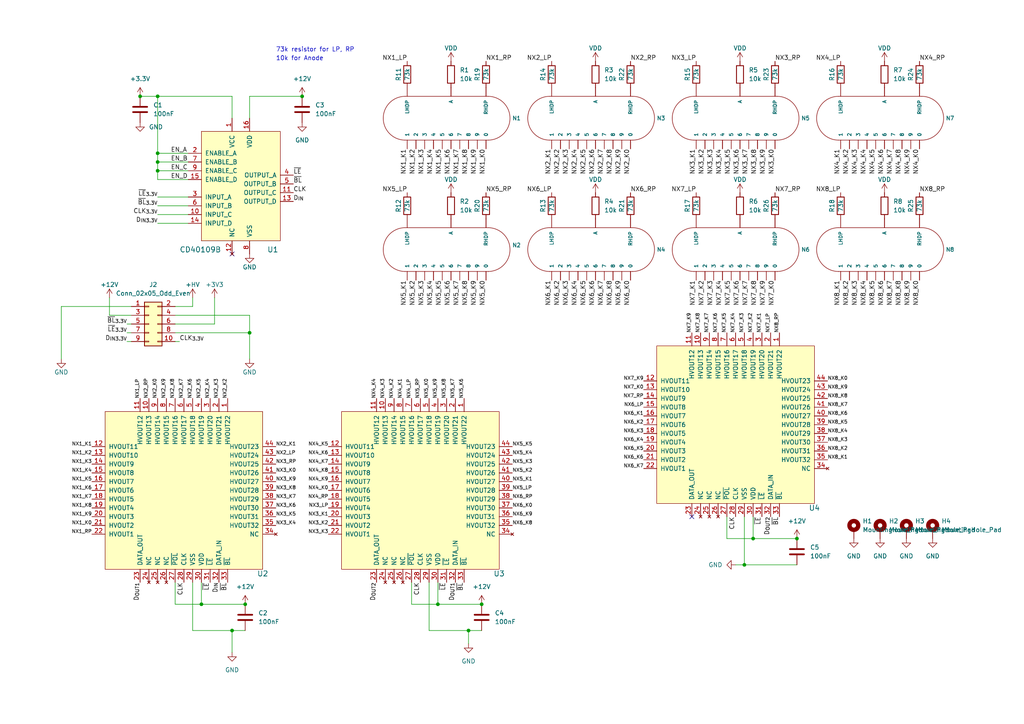
<source format=kicad_sch>
(kicad_sch (version 20230121) (generator eeschema)
  (paper "A4")
  (lib_symbols
    (symbol "Connector_Generic:Conn_02x05_Odd_Even" (pin_names (offset 1.016) hide)
      (property "Reference" "J" (at 1.27 7.62 0))
      (property "Value" "Conn_02x05_Odd_Even" (at 1.27 -7.62 0))
      (symbol "Conn_02x05_Odd_Even_1_1"
        (rectangle (start -1.27 -4.953) (end 0 -5.207) (stroke (width 0.1524)))
        (rectangle (start -1.27 -2.413) (end 0 -2.667) (stroke (width 0.1524)))
        (rectangle (start -1.27 0.127) (end 0 -0.127) (stroke (width 0.1524)))
        (rectangle (start -1.27 2.667) (end 0 2.413) (stroke (width 0.1524)))
        (rectangle (start -1.27 5.207) (end 0 4.953) (stroke (width 0.1524)))
        (rectangle (start -1.27 6.35) (end 3.81 -6.35) (stroke (width 0.254)) (fill (type background)))
        (rectangle (start 3.81 -4.953) (end 2.54 -5.207) (stroke (width 0.1524)))
        (rectangle (start 3.81 -2.413) (end 2.54 -2.667) (stroke (width 0.1524)))
        (rectangle (start 3.81 0.127) (end 2.54 -0.127) (stroke (width 0.1524)))
        (rectangle (start 3.81 2.667) (end 2.54 2.413) (stroke (width 0.1524)))
        (rectangle (start 3.81 5.207) (end 2.54 4.953) (stroke (width 0.1524)))
        (pin passive line (at -5.08 5.08 0) (length 3.81) (name "Pin_1") (number "1"))
        (pin passive line (at 7.62 -5.08 180) (length 3.81) (name "Pin_10") (number "10"))
        (pin passive line (at 7.62 5.08 180) (length 3.81) (name "Pin_2") (number "2"))
        (pin passive line (at -5.08 2.54 0) (length 3.81) (name "Pin_3") (number "3"))
        (pin passive line (at 7.62 2.54 180) (length 3.81) (name "Pin_4") (number "4"))
        (pin passive line (at -5.08 0 0) (length 3.81) (name "Pin_5") (number "5"))
        (pin passive line (at 7.62 0 180) (length 3.81) (name "Pin_6") (number "6"))
        (pin passive line (at -5.08 -2.54 0) (length 3.81) (name "Pin_7") (number "7"))
        (pin passive line (at 7.62 -2.54 180) (length 3.81) (name "Pin_8") (number "8"))
        (pin passive line (at -5.08 -5.08 0) (length 3.81) (name "Pin_9") (number "9"))
      )
    )
    (symbol "Device:C" (pin_numbers hide) (pin_names (offset 0.254))
      (property "Reference" "C" (at 0.635 2.54 0))
      (property "Value" "C" (at 0.635 -2.54 0))
      (symbol "C_0_1"
        (polyline (pts (xy -2.032 -0.762) (xy 2.032 -0.762)) (stroke (width 0.508)))
        (polyline (pts (xy -2.032 0.762) (xy 2.032 0.762)) (stroke (width 0.508)))
      )
      (symbol "C_1_1"
        (pin passive line (at 0 3.81 270) (length 2.794) (name "~") (number "1"))
        (pin passive line (at 0 -3.81 90) (length 2.794) (name "~") (number "2"))
      )
    )
    (symbol "Device:R" (pin_numbers hide) (pin_names (offset 0))
      (property "Reference" "R" (at 2.032 0 90))
      (property "Value" "R" (at 0 0 90))
      (symbol "R_0_1"
        (rectangle (start -1.016 -2.54) (end 1.016 2.54) (stroke (width 0.254)))
      )
      (symbol "R_1_1"
        (pin passive line (at 0 3.81 270) (length 1.27) (name "~") (number "1"))
        (pin passive line (at 0 -3.81 90) (length 1.27) (name "~") (number "2"))
      )
    )
    (symbol "HV5622-TubeClock_1" (pin_names (offset 1.016))
      (property "Reference" "U2" (at 22.86 -24.13 0))
      (symbol "HV5622-TubeClock_1_0_1"
        (rectangle (start -22.86 22.86) (end 22.86 -22.86) (fill (type background)))
      )
      (symbol "HV5622-TubeClock_1_1_1"
        (pin output line (at 12.7 26.67 270) (length 3.81) (name "HVOUT22") (number "1"))
        (pin output line (at -10.16 26.67 270) (length 3.81) (name "HVOUT13") (number "10"))
        (pin output line (at -12.7 26.67 270) (length 3.81) (name "HVOUT12") (number "11"))
        (pin output line (at -26.67 12.7 0) (length 3.81) (name "HVOUT11") (number "12"))
        (pin output line (at -26.67 10.16 0) (length 3.81) (name "HVOUT10") (number "13"))
        (pin output line (at -26.67 7.62 0) (length 3.81) (name "HVOUT9") (number "14"))
        (pin output line (at -26.67 5.08 0) (length 3.81) (name "HVOUT8") (number "15"))
        (pin output line (at -26.67 2.54 0) (length 3.81) (name "HVOUT7") (number "16"))
        (pin output line (at -26.67 0 0) (length 3.81) (name "HVOUT6") (number "17"))
        (pin output line (at -26.67 -2.54 0) (length 3.81) (name "HVOUT5") (number "18"))
        (pin output line (at -26.67 -5.08 0) (length 3.81) (name "HVOUT4") (number "19"))
        (pin output line (at 10.16 26.67 270) (length 3.81) (name "HVOUT21") (number "2"))
        (pin output line (at -26.67 -7.62 0) (length 3.81) (name "HVOUT3") (number "20"))
        (pin output line (at -26.67 -10.16 0) (length 3.81) (name "HVOUT2") (number "21"))
        (pin output line (at -26.67 -12.7 0) (length 3.81) (name "HVOUT1") (number "22"))
        (pin output line (at -12.7 -26.67 90) (length 3.81) (name "DATA_OUT") (number "23"))
        (pin no_connect line (at -10.16 -26.67 90) (length 3.81) (name "NC") (number "24"))
        (pin no_connect line (at -7.62 -26.67 90) (length 3.81) (name "NC") (number "25"))
        (pin no_connect line (at -5.08 -26.67 90) (length 3.81) (name "NC") (number "26"))
        (pin input line (at -2.54 -26.67 90) (length 3.81) (name "~{POL}") (number "27"))
        (pin input line (at 0 -26.67 90) (length 3.81) (name "CLK") (number "28"))
        (pin power_in line (at 2.54 -26.67 90) (length 3.81) (name "VSS") (number "29"))
        (pin output line (at 7.62 26.67 270) (length 3.81) (name "HVOUT20") (number "3"))
        (pin power_in line (at 5.08 -26.67 90) (length 3.81) (name "VDD") (number "30"))
        (pin input line (at 7.62 -26.67 90) (length 3.81) (name "~{LE}") (number "31"))
        (pin input line (at 10.16 -26.67 90) (length 3.81) (name "DATA_IN") (number "32"))
        (pin input line (at 12.7 -26.67 90) (length 3.81) (name "~{BL}") (number "33"))
        (pin no_connect line (at 26.67 -12.7 180) (length 3.81) (name "NC") (number "34"))
        (pin output line (at 26.67 -10.16 180) (length 3.81) (name "HVOUT32") (number "35"))
        (pin output line (at 26.67 -7.62 180) (length 3.81) (name "HVOUT31") (number "36"))
        (pin output line (at 26.67 -5.08 180) (length 3.81) (name "HVOUT30") (number "37"))
        (pin output line (at 26.67 -2.54 180) (length 3.81) (name "HVOUT29") (number "38"))
        (pin output line (at 26.67 0 180) (length 3.81) (name "HVOUT28") (number "39"))
        (pin output line (at 5.08 26.67 270) (length 3.81) (name "HVOUT19") (number "4"))
        (pin output line (at 26.67 2.54 180) (length 3.81) (name "HVOUT27") (number "40"))
        (pin output line (at 26.67 5.08 180) (length 3.81) (name "HVOUT26") (number "41"))
        (pin output line (at 26.67 7.62 180) (length 3.81) (name "HVOUT25") (number "42"))
        (pin output line (at 26.67 10.16 180) (length 3.81) (name "HVOUT24") (number "43"))
        (pin output line (at 26.67 12.7 180) (length 3.81) (name "HVOUT23") (number "44"))
        (pin output line (at 2.54 26.67 270) (length 3.81) (name "HVOUT18") (number "5"))
        (pin output line (at 0 26.67 270) (length 3.81) (name "HVOUT17") (number "6"))
        (pin output line (at -2.54 26.67 270) (length 3.81) (name "HVOUT16") (number "7"))
        (pin output line (at -5.08 26.67 270) (length 3.81) (name "HVOUT15") (number "8"))
        (pin output line (at -7.62 26.67 270) (length 3.81) (name "HVOUT14") (number "9"))
      )
    )
    (symbol "IN-14:CD40109B-TubeClock" (pin_names (offset 1.016))
      (property "Reference" "U" (at 5.08 -16.51 0))
      (property "Value" "TubeClock_CD40109B" (at 8.89 17.78 0))
      (symbol "CD40109B-TubeClock_0_1"
        (rectangle (start -11.43 -15.24) (end 11.43 16.51) (fill (type background)))
      )
      (symbol "CD40109B-TubeClock_1_1"
        (pin power_in line (at -2.54 20.32 270) (length 3.81) (name "VCC") (number "1"))
        (pin input line (at -15.24 -7.62 0) (length 3.81) (name "INPUT_C") (number "10"))
        (pin output line (at 15.24 -1.27 180) (length 3.81) (name "OUTPUT_C") (number "11"))
        (pin no_connect line (at -2.54 -19.05 90) (length 3.81) (name "NC") (number "12"))
        (pin output line (at 15.24 -3.81 180) (length 3.81) (name "OUTPUT_D") (number "13"))
        (pin input line (at -15.24 -10.16 0) (length 3.81) (name "INPUT_D") (number "14"))
        (pin input line (at -15.24 2.54 0) (length 3.81) (name "ENABLE_D") (number "15"))
        (pin power_in line (at 2.54 20.32 270) (length 3.81) (name "VDD") (number "16"))
        (pin input line (at -15.24 10.16 0) (length 3.81) (name "ENABLE_A") (number "2"))
        (pin input line (at -15.24 -2.54 0) (length 3.81) (name "INPUT_A") (number "3"))
        (pin output line (at 15.24 3.81 180) (length 3.81) (name "OUTPUT_A") (number "4"))
        (pin output line (at 15.24 1.27 180) (length 3.81) (name "OUTPUT_B") (number "5"))
        (pin input line (at -15.24 -5.08 0) (length 3.81) (name "INPUT_B") (number "6"))
        (pin input line (at -15.24 7.62 0) (length 3.81) (name "ENABLE_B") (number "7"))
        (pin power_in line (at 2.54 -19.05 90) (length 3.81) (name "VSS") (number "8"))
        (pin input line (at -15.24 5.08 0) (length 3.81) (name "ENABLE_C") (number "9"))
      )
    )
    (symbol "Mechanical:MountingHole_Pad" (pin_numbers hide) (pin_names (offset 1.016) hide)
      (property "Reference" "H" (at 0 6.35 0))
      (property "Value" "MountingHole_Pad" (at 0 4.445 0))
      (symbol "MountingHole_Pad_0_1"
        (circle (center 0 1.27) (radius 1.27) (stroke (width 1.27)))
      )
      (symbol "MountingHole_Pad_1_1"
        (pin input line (at 0 -2.54 90) (length 2.54) (name "1") (number "1"))
      )
    )
    (symbol "NIXIE:HV" (power) (pin_names (offset 0))
      (property "Value" "HV" (at 0 5.08 0))
      (symbol "HV_0_1"
        (polyline (pts (xy -0.762 1.27) (xy 0 2.54)))
        (polyline (pts (xy 0 0) (xy 0 2.54)))
        (polyline (pts (xy 0 2.54) (xy 0.762 1.27)))
      )
      (symbol "HV_1_1"
        (pin power_in line (at 0 0 90) (length 0) hide (name "VDD") (number "1"))
      )
    )
    (symbol "Project:+HV" (power) (pin_names (offset 0))
      (property "Value" "+HV" (at 0 3.556 0))
      (symbol "+HV_0_1"
        (polyline (pts (xy -0.762 1.27) (xy 0 2.54)))
        (polyline (pts (xy 0 0) (xy 0 2.54)))
        (polyline (pts (xy 0 2.54) (xy 0.762 1.27)))
      )
      (symbol "+HV_1_1"
        (pin power_in line (at 0 0 90) (length 0) hide (name "+HV") (number "1"))
      )
    )
    (symbol "TubeClock-rescue:+3.3V-power" (power) (pin_names (offset 0))
      (property "Value" "+3.3V-power" (at 0 3.556 0))
      (symbol "+3.3V-power_0_1"
        (polyline (pts (xy -0.762 1.27) (xy 0 2.54)))
        (polyline (pts (xy 0 0) (xy 0 2.54)))
        (polyline (pts (xy 0 2.54) (xy 0.762 1.27)))
      )
      (symbol "+3.3V-power_1_1"
        (pin power_in line (at 0 0 90) (length 0) hide (name "+3V3") (number "1"))
      )
    )
    (symbol "nixies-us:IN-14" (pin_numbers hide) (pin_names (offset 1.016))
      (property "Reference" "N" (at -2.54 18.415 0))
      (symbol "IN-14_1_0"
        (polyline (pts (xy -5.08 -13.335) (xy -5.08 10.795)))
        (polyline (pts (xy 7.62 -13.335) (xy 7.62 10.795)))
      )
      (symbol "IN-14_1_1"
        (arc (start -5.08 -13.335) (mid 1.27 -19.6574) (end 7.62 -13.335))
        (arc (start 7.62 10.795) (mid 1.27 17.1174) (end -5.08 10.795))
        (pin bidirectional line (at -7.62 -12.7 0) (length 2.54) (name "0") (number "0"))
        (pin bidirectional line (at -7.62 10.16 0) (length 2.54) (name "1") (number "1"))
        (pin bidirectional line (at -7.62 7.62 0) (length 2.54) (name "2") (number "2"))
        (pin bidirectional line (at -7.62 5.08 0) (length 2.54) (name "3") (number "3"))
        (pin bidirectional line (at -7.62 2.54 0) (length 2.54) (name "4") (number "4"))
        (pin bidirectional line (at -7.62 0 0) (length 2.54) (name "5") (number "5"))
        (pin bidirectional line (at -7.62 -2.54 0) (length 2.54) (name "6") (number "6"))
        (pin bidirectional line (at -7.62 -5.08 0) (length 2.54) (name "7") (number "7"))
        (pin bidirectional line (at -7.62 -7.62 0) (length 2.54) (name "8") (number "8"))
        (pin bidirectional line (at -7.62 -10.16 0) (length 2.54) (name "9") (number "9"))
        (pin bidirectional line (at 10.16 -2.54 180) (length 2.54) (name "A") (number "A"))
        (pin bidirectional line (at 10.16 10.16 180) (length 2.54) (name "LHDP") (number "LHDP"))
        (pin bidirectional line (at 10.16 -12.7 180) (length 2.54) (name "RHDP") (number "RHDP"))
      )
    )
    (symbol "power:+12V" (power) (pin_names (offset 0))
      (property "Value" "+12V" (at 0 3.556 0))
      (symbol "+12V_0_1"
        (polyline (pts (xy -0.762 1.27) (xy 0 2.54)))
        (polyline (pts (xy 0 0) (xy 0 2.54)))
        (polyline (pts (xy 0 2.54) (xy 0.762 1.27)))
      )
      (symbol "+12V_1_1"
        (pin power_in line (at 0 0 90) (length 0) hide (name "+12V") (number "1"))
      )
    )
    (symbol "power:+3.3V" (power) (pin_names (offset 0))
      (property "Value" "+3.3V" (at 0 3.556 0))
      (symbol "+3.3V_0_1"
        (polyline (pts (xy -0.762 1.27) (xy 0 2.54)))
        (polyline (pts (xy 0 0) (xy 0 2.54)))
        (polyline (pts (xy 0 2.54) (xy 0.762 1.27)))
      )
      (symbol "+3.3V_1_1"
        (pin power_in line (at 0 0 90) (length 0) hide (name "+3.3V") (number "1"))
      )
    )
    (symbol "power:GND" (power) (pin_names (offset 0))
      (property "Value" "GND" (at 0 -3.81 0))
      (symbol "GND_0_1"
        (polyline (pts (xy 0 0) (xy 0 -1.27) (xy 1.27 -1.27) (xy 0 -2.54) (xy -1.27 -1.27) (xy 0 -1.27)))
      )
      (symbol "GND_1_1"
        (pin power_in line (at 0 0 270) (length 0) hide (name "GND") (number "1"))
      )
    )
  )
  (junction (at 45.72 46.99))
  (junction (at 135.89 182.88))
  (junction (at 87.63 27.94))
  (junction (at 72.39 96.52))
  (junction (at 218.44 156.21))
  (junction (at 45.72 27.94))
  (junction (at 231.14 156.21))
  (junction (at 215.9 163.83))
  (junction (at 67.31 182.88))
  (junction (at 139.7 175.26))
  (junction (at 127 175.26))
  (junction (at 58.42 175.26))
  (junction (at 45.72 44.45))
  (junction (at 40.64 27.94))
  (junction (at 45.72 49.53))
  (junction (at 71.12 175.26))
  (no_connect (at 67.31 73.66))
  (no_connect (at 200.66 149.86))
  (wire (pts (xy 45.72 27.94) (xy 67.31 27.94)))
  (wire (pts (xy 50.8 99.06) (xy 52.07 99.06)))
  (wire (pts (xy 55.88 182.88) (xy 67.31 182.88)))
  (wire (pts (xy 50.8 91.44) (xy 72.39 91.44)))
  (wire (pts (xy 72.39 34.29) (xy 72.39 27.94)))
  (wire (pts (xy 54.61 52.07) (xy 45.72 52.07)))
  (wire (pts (xy 215.9 149.86) (xy 215.9 163.83)))
  (wire (pts (xy 119.38 175.26) (xy 127 175.26)))
  (wire (pts (xy 36.83 99.06) (xy 38.1 99.06)))
  (wire (pts (xy 54.61 49.53) (xy 45.72 49.53)))
  (wire (pts (xy 135.89 182.88) (xy 135.89 186.69)))
  (wire (pts (xy 54.61 62.23) (xy 45.72 62.23)))
  (wire (pts (xy 67.31 182.88) (xy 71.12 182.88)))
  (wire (pts (xy 50.8 88.9) (xy 55.88 88.9)))
  (wire (pts (xy 36.83 93.98) (xy 38.1 93.98)))
  (wire (pts (xy 50.8 175.26) (xy 58.42 175.26)))
  (wire (pts (xy 218.44 149.86) (xy 218.44 156.21)))
  (wire (pts (xy 72.39 27.94) (xy 87.63 27.94)))
  (wire (pts (xy 55.88 88.9) (xy 55.88 86.36)))
  (wire (pts (xy 210.82 156.21) (xy 218.44 156.21)))
  (wire (pts (xy 54.61 59.69) (xy 45.72 59.69)))
  (wire (pts (xy 72.39 91.44) (xy 72.39 96.52)))
  (wire (pts (xy 127 175.26) (xy 139.7 175.26)))
  (wire (pts (xy 50.8 168.91) (xy 50.8 175.26)))
  (wire (pts (xy 36.83 96.52) (xy 38.1 96.52)))
  (wire (pts (xy 45.72 46.99) (xy 45.72 49.53)))
  (wire (pts (xy 45.72 44.45) (xy 45.72 46.99)))
  (wire (pts (xy 38.1 88.9) (xy 17.78 88.9)))
  (wire (pts (xy 62.23 93.98) (xy 62.23 86.36)))
  (wire (pts (xy 119.38 168.91) (xy 119.38 175.26)))
  (wire (pts (xy 58.42 168.91) (xy 58.42 175.26)))
  (wire (pts (xy 67.31 34.29) (xy 67.31 27.94)))
  (wire (pts (xy 31.75 91.44) (xy 31.75 86.36)))
  (wire (pts (xy 54.61 44.45) (xy 45.72 44.45)))
  (wire (pts (xy 67.31 182.88) (xy 67.31 189.23)))
  (wire (pts (xy 218.44 156.21) (xy 231.14 156.21)))
  (wire (pts (xy 213.36 163.83) (xy 215.9 163.83)))
  (wire (pts (xy 215.9 163.83) (xy 231.14 163.83)))
  (wire (pts (xy 58.42 175.26) (xy 71.12 175.26)))
  (wire (pts (xy 40.64 27.94) (xy 45.72 27.94)))
  (wire (pts (xy 54.61 46.99) (xy 45.72 46.99)))
  (wire (pts (xy 45.72 27.94) (xy 45.72 44.45)))
  (wire (pts (xy 50.8 93.98) (xy 62.23 93.98)))
  (wire (pts (xy 38.1 91.44) (xy 31.75 91.44)))
  (wire (pts (xy 72.39 104.14) (xy 72.39 96.52)))
  (wire (pts (xy 50.8 96.52) (xy 72.39 96.52)))
  (wire (pts (xy 45.72 52.07) (xy 45.72 49.53)))
  (wire (pts (xy 54.61 57.15) (xy 45.72 57.15)))
  (wire (pts (xy 124.46 168.91) (xy 124.46 182.88)))
  (wire (pts (xy 17.78 88.9) (xy 17.78 104.14)))
  (wire (pts (xy 210.82 149.86) (xy 210.82 156.21)))
  (wire (pts (xy 127 168.91) (xy 127 175.26)))
  (wire (pts (xy 55.88 168.91) (xy 55.88 182.88)))
  (wire (pts (xy 124.46 182.88) (xy 135.89 182.88)))
  (wire (pts (xy 54.61 64.77) (xy 45.72 64.77)))
  (wire (pts (xy 135.89 182.88) (xy 139.7 182.88)))
  (text "10k for Anode\n" (at 80.01 17.78 0) (effects (font (size 1.27 1.27)) (justify left bottom)))
  (text "73k resistor for LP, RP" (at 80.01 15.24 0) (effects (font (size 1.27 1.27)) (justify left bottom)))
  (label "NX4_K5" (at 254 43.18 270))
  (label "NX7_K4" (at 209.55 81.28 270))
  (label "NX8_K9" (at 240.03 113.03 0) (effects (font (size 1 1))))
  (label "NX6_K4" (at 186.69 128.27 180) (effects (font (size 1 1))))
  (label "NX1_K2" (at 120.65 43.18 270))
  (label "NX6_K4" (at 167.64 81.28 270))
  (label "NX2_K4" (at 60.96 115.57 90) (effects (font (size 1 1))))
  (label "NX4_K7" (at 259.08 43.18 270))
  (label "NX7_K1" (at 220.98 96.52 90) (effects (font (size 1 1))))
  (label "NX4_K4" (at 109.22 115.57 90) (effects (font (size 1 1))))
  (label "NX8_RP" (at 266.7 55.88 0))
  (label "NX6_K8" (at 148.59 152.4 0) (effects (font (size 1 1))))
  (label "NX5_K5" (at 148.59 129.54 0) (effects (font (size 1 1))))
  (label "NX2_K5" (at 170.18 43.18 270))
  (label "NX7_K0" (at 224.79 81.28 270))
  (label "NX1_K1" (at 118.11 43.18 270))
  (label "NX6_K3" (at 186.69 125.73 180) (effects (font (size 1 1))))
  (label "NX8_K5" (at 254 81.28 270))
  (label "NX4_K3" (at 111.76 115.57 90) (effects (font (size 1 1))))
  (label "NX4_K8" (at 261.62 43.18 270))
  (label "NX4_K9" (at 95.25 139.7 180) (effects (font (size 1 1))))
  (label "NX5_K9" (at 138.43 81.28 270))
  (label "NX1_K3" (at 26.67 134.62 180) (effects (font (size 1 1))))
  (label "NX2_K0" (at 182.88 43.18 270))
  (label "NX1_K9" (at 26.67 149.86 180) (effects (font (size 1 1))))
  (label "NX5_K6" (at 134.62 115.57 90) (effects (font (size 1 1))))
  (label "NX2_K8" (at 50.8 115.57 90) (effects (font (size 1 1))))
  (label "CLK" (at 85.09 55.88 0))
  (label "NX1_K6" (at 130.81 43.18 270))
  (label "NX6_K0" (at 148.59 147.32 0) (effects (font (size 1 1))))
  (label "NX3_K8" (at 219.71 43.18 270))
  (label "EN_B" (at 49.53 46.99 0))
  (label "NX7_K0" (at 186.69 113.03 180) (effects (font (size 1 1))))
  (label "NX3_K2" (at 204.47 43.18 270))
  (label "NX8_K3" (at 248.92 81.28 270))
  (label "NX6_K7" (at 186.69 135.89 180) (effects (font (size 1 1))))
  (label "NX7_K6" (at 214.63 81.28 270))
  (label "NX8_RP" (at 226.06 96.52 90) (effects (font (size 1 1))))
  (label "NX1_K2" (at 26.67 132.08 180) (effects (font (size 1 1))))
  (label "NX6_K9" (at 180.34 81.28 270))
  (label "NX7_K2" (at 218.44 96.52 90) (effects (font (size 1 1))))
  (label "NX4_K8" (at 95.25 137.16 180) (effects (font (size 1 1))))
  (label "NX3_K0" (at 80.01 137.16 0) (effects (font (size 1 1))))
  (label "NX6_K7" (at 175.26 81.28 270))
  (label "NX3_K4" (at 209.55 43.18 270))
  (label "NX1_K7" (at 133.35 43.18 270))
  (label "NX2_K3" (at 165.1 43.18 270))
  (label "NX2_K9" (at 48.26 115.57 90) (effects (font (size 1 1))))
  (label "EN_A" (at 49.53 44.45 0))
  (label "NX5_K0" (at 140.97 81.28 270))
  (label "CLK_{3.3V}" (at 52.07 99.06 0))
  (label "NX1_K5" (at 26.67 139.7 180) (effects (font (size 1 1))))
  (label "~{BL}" (at 134.62 168.91 270))
  (label "~{LE}" (at 220.98 149.86 270))
  (label "NX1_RP" (at 26.67 154.94 180) (effects (font (size 1 1))))
  (label "NX8_LP" (at 243.84 55.88 180))
  (label "NX6_K2" (at 162.56 81.28 270))
  (label "NX1_K8" (at 135.89 43.18 270))
  (label "NX3_K8" (at 80.01 142.24 0) (effects (font (size 1 1))))
  (label "NX6_K2" (at 186.69 123.19 180) (effects (font (size 1 1))))
  (label "NX1_K3" (at 123.19 43.18 270))
  (label "NX7_LP" (at 201.93 55.88 180))
  (label "NX2_K6" (at 55.88 115.57 90) (effects (font (size 1 1))))
  (label "NX3_K5" (at 80.01 149.86 0) (effects (font (size 1 1))))
  (label "NX4_K2" (at 246.38 43.18 270))
  (label "NX8_K2" (at 240.03 130.81 0) (effects (font (size 1 1))))
  (label "~{BL}_{3.3V}" (at 45.72 59.69 180))
  (label "NX4_K4" (at 251.46 43.18 270))
  (label "NX7_K9" (at 186.69 110.49 180) (effects (font (size 1 1))))
  (label "NX1_K5" (at 128.27 43.18 270))
  (label "NX8_K0" (at 240.03 110.49 0) (effects (font (size 1 1))))
  (label "NX3_K4" (at 80.01 152.4 0) (effects (font (size 1 1))))
  (label "NX4_LP" (at 243.84 17.78 180))
  (label "NX6_K6" (at 186.69 133.35 180) (effects (font (size 1 1))))
  (label "NX3_K3" (at 207.01 43.18 270))
  (label "NX6_K1" (at 186.69 120.65 180) (effects (font (size 1 1))))
  (label "~{LE}" (at 129.54 168.91 270))
  (label "NX2_RP" (at 43.18 115.57 90) (effects (font (size 1 1))))
  (label "NX8_K4" (at 240.03 125.73 0) (effects (font (size 1 1))))
  (label "NX6_RP" (at 148.59 144.78 0) (effects (font (size 1 1))))
  (label "NX8_K1" (at 243.84 81.28 270))
  (label "NX1_K6" (at 26.67 142.24 180) (effects (font (size 1 1))))
  (label "D_{IN}_{3.3V}" (at 36.83 99.06 180))
  (label "D_{IN}" (at 63.5 168.91 270))
  (label "NX5_K8" (at 135.89 81.28 270))
  (label "NX2_K6" (at 172.72 43.18 270))
  (label "NX3_K9" (at 80.01 139.7 0) (effects (font (size 1 1))))
  (label "NX6_K8" (at 177.8 81.28 270))
  (label "NX7_K7" (at 205.74 96.52 90) (effects (font (size 1 1))))
  (label "NX3_K6" (at 80.01 147.32 0) (effects (font (size 1 1))))
  (label "~{LE}_{3.3V}" (at 45.72 57.15 180))
  (label "NX3_LP" (at 201.93 17.78 180))
  (label "NX7_K9" (at 200.66 96.52 90) (effects (font (size 1 1))))
  (label "NX5_K4" (at 148.59 132.08 0) (effects (font (size 1 1))))
  (label "NX3_K9" (at 222.25 43.18 270))
  (label "NX4_K6" (at 95.25 132.08 180) (effects (font (size 1 1))))
  (label "NX7_K8" (at 203.2 96.52 90) (effects (font (size 1 1))))
  (label "NX1_K4" (at 125.73 43.18 270))
  (label "NX5_K2" (at 148.59 137.16 0) (effects (font (size 1 1))))
  (label "NX3_K7" (at 80.01 144.78 0) (effects (font (size 1 1))))
  (label "NX3_K0" (at 224.79 43.18 270))
  (label "NX4_K2" (at 114.3 115.57 90) (effects (font (size 1 1))))
  (label "NX2_K7" (at 53.34 115.57 90) (effects (font (size 1 1))))
  (label "NX7_K5" (at 212.09 81.28 270))
  (label "D_{IN}" (at 85.09 58.42 0))
  (label "NX1_K4" (at 26.67 137.16 180) (effects (font (size 1 1))))
  (label "NX5_LP" (at 148.59 142.24 0) (effects (font (size 1 1))))
  (label "NX4_K5" (at 95.25 129.54 180) (effects (font (size 1 1))))
  (label "NX2_K1" (at 160.02 43.18 270))
  (label "NX5_K2" (at 120.65 81.28 270))
  (label "NX7_RP" (at 224.79 55.88 0))
  (label "NX2_K4" (at 167.64 43.18 270))
  (label "NX8_K3" (at 240.03 128.27 0) (effects (font (size 1 1))))
  (label "NX7_K9" (at 222.25 81.28 270))
  (label "~{BL}" (at 85.09 53.34 0))
  (label "NX5_K9" (at 127 115.57 90) (effects (font (size 1 1))))
  (label "NX4_K7" (at 95.25 134.62 180) (effects (font (size 1 1))))
  (label "NX4_K0" (at 266.7 43.18 270))
  (label "NX8_K4" (at 251.46 81.28 270))
  (label "~{BL}_{3.3V}" (at 36.83 93.98 180))
  (label "NX2_K2" (at 162.56 43.18 270))
  (label "NX5_K4" (at 125.73 81.28 270))
  (label "NX1_K7" (at 26.67 144.78 180) (effects (font (size 1 1))))
  (label "NX4_K9" (at 264.16 43.18 270))
  (label "CLK" (at 213.36 149.86 270))
  (label "NX4_K1" (at 116.84 115.57 90) (effects (font (size 1 1))))
  (label "NX3_RP" (at 224.79 17.78 0))
  (label "CLK_{3.3V}" (at 45.72 62.23 180))
  (label "NX8_K8" (at 261.62 81.28 270))
  (label "CLK" (at 121.92 168.91 270))
  (label "~{LE}" (at 60.96 168.91 270))
  (label "NX7_K5" (at 210.82 96.52 90) (effects (font (size 1 1))))
  (label "NX8_K8" (at 240.03 115.57 0) (effects (font (size 1 1))))
  (label "NX7_RP" (at 186.69 115.57 180) (effects (font (size 1 1))))
  (label "NX3_K7" (at 217.17 43.18 270))
  (label "NX5_LP" (at 118.11 55.88 180))
  (label "NX2_K2" (at 66.04 115.57 90) (effects (font (size 1 1))))
  (label "NX8_K2" (at 246.38 81.28 270))
  (label "NX3_K3" (at 95.25 154.94 180) (effects (font (size 1 1))))
  (label "NX1_K1" (at 26.67 129.54 180) (effects (font (size 1 1))))
  (label "NX7_K7" (at 217.17 81.28 270))
  (label "~{LE}" (at 85.09 50.8 0))
  (label "NX1_K0" (at 26.67 152.4 180) (effects (font (size 1 1))))
  (label "NX6_K3" (at 165.1 81.28 270))
  (label "NX7_K2" (at 204.47 81.28 270))
  (label "NX7_K8" (at 219.71 81.28 270))
  (label "D_{IN}_{3.3V}" (at 45.72 64.77 180))
  (label "NX4_K1" (at 243.84 43.18 270))
  (label "NX8_K7" (at 240.03 118.11 0) (effects (font (size 1 1))))
  (label "NX2_LP" (at 80.01 132.08 0) (effects (font (size 1 1))))
  (label "NX3_K1" (at 95.25 149.86 180) (effects (font (size 1 1))))
  (label "NX4_RP" (at 266.7 17.78 0))
  (label "NX5_K7" (at 132.08 115.57 90) (effects (font (size 1 1))))
  (label "~{BL}" (at 66.04 168.91 270))
  (label "NX1_LP" (at 118.11 17.78 180))
  (label "NX8_K1" (at 240.03 133.35 0) (effects (font (size 1 1))))
  (label "NX5_K1" (at 118.11 81.28 270))
  (label "NX5_RP" (at 121.92 115.57 90) (effects (font (size 1 1))))
  (label "NX7_K6" (at 208.28 96.52 90) (effects (font (size 1 1))))
  (label "NX8_K6" (at 256.54 81.28 270))
  (label "NX4_K6" (at 256.54 43.18 270))
  (label "EN_C" (at 49.53 49.53 0))
  (label "NX2_K7" (at 175.26 43.18 270))
  (label "NX6_RP" (at 182.88 55.88 0))
  (label "NX6_LP" (at 186.69 118.11 180) (effects (font (size 1 1))))
  (label "NX7_K4" (at 213.36 96.52 90) (effects (font (size 1 1))))
  (label "NX7_K3" (at 215.9 96.52 90) (effects (font (size 1 1))))
  (label "NX2_K1" (at 80.01 129.54 0) (effects (font (size 1 1))))
  (label "NX2_RP" (at 182.88 17.78 0))
  (label "NX6_K1" (at 160.02 81.28 270))
  (label "NX1_K8" (at 26.67 147.32 180) (effects (font (size 1 1))))
  (label "NX4_K0" (at 95.25 142.24 180) (effects (font (size 1 1))))
  (label "NX8_K5" (at 240.03 123.19 0) (effects (font (size 1 1))))
  (label "NX2_LP" (at 160.02 17.78 180))
  (label "NX5_RP" (at 140.97 55.88 0))
  (label "NX2_K8" (at 177.8 43.18 270))
  (label "~{BL}" (at 226.06 149.86 270))
  (label "NX7_K3" (at 207.01 81.28 270))
  (label "NX5_K7" (at 133.35 81.28 270))
  (label "NX1_K0" (at 140.97 43.18 270))
  (label "NX3_LP" (at 95.25 147.32 180) (effects (font (size 1 1))))
  (label "NX5_K8" (at 129.54 115.57 90) (effects (font (size 1 1))))
  (label "NX2_K5" (at 58.42 115.57 90) (effects (font (size 1 1))))
  (label "EN_D" (at 49.53 52.07 0))
  (label "NX4_RP" (at 95.25 144.78 180) (effects (font (size 1 1))))
  (label "NX8_K6" (at 240.03 120.65 0) (effects (font (size 1 1))))
  (label "NX5_K5" (at 128.27 81.28 270))
  (label "D_{OUT2}" (at 109.22 168.91 270))
  (label "NX5_K3" (at 123.19 81.28 270))
  (label "NX4_K3" (at 248.92 43.18 270))
  (label "NX8_K0" (at 266.7 81.28 270))
  (label "NX5_K6" (at 130.81 81.28 270))
  (label "D_{OUT2}" (at 223.52 149.86 270))
  (label "NX6_LP" (at 160.02 55.88 180))
  (label "NX7_K1" (at 201.93 81.28 270))
  (label "D_{OUT1}" (at 132.08 168.91 270))
  (label "NX2_K0" (at 45.72 115.57 90) (effects (font (size 1 1))))
  (label "NX3_K5" (at 212.09 43.18 270))
  (label "NX6_K0" (at 182.88 81.28 270))
  (label "NX5_K1" (at 148.59 139.7 0) (effects (font (size 1 1))))
  (label "NX8_K7" (at 259.08 81.28 270))
  (label "NX8_K9" (at 264.16 81.28 270))
  (label "CLK" (at 53.34 168.91 270))
  (label "NX2_K3" (at 63.5 115.57 90) (effects (font (size 1 1))))
  (label "NX6_K9" (at 148.59 149.86 0) (effects (font (size 1 1))))
  (label "NX3_K2" (at 95.25 152.4 180) (effects (font (size 1 1))))
  (label "NX6_K6" (at 172.72 81.28 270))
  (label "NX6_K5" (at 170.18 81.28 270))
  (label "NX7_LP" (at 223.52 96.52 90) (effects (font (size 1 1))))
  (label "NX5_K3" (at 148.59 134.62 0) (effects (font (size 1 1))))
  (label "NX2_K9" (at 180.34 43.18 270))
  (label "NX1_RP" (at 140.97 17.78 0))
  (label "D_{OUT1}" (at 40.64 168.91 270))
  (label "NX1_LP" (at 40.64 115.57 90) (effects (font (size 1 1))))
  (label "NX4_LP" (at 119.38 115.57 90) (effects (font (size 1 1))))
  (label "NX3_K1" (at 201.93 43.18 270))
  (label "NX5_K0" (at 124.46 115.57 90) (effects (font (size 1 1))))
  (label "NX6_K5" (at 186.69 130.81 180) (effects (font (size 1 1))))
  (label "NX1_K9" (at 138.43 43.18 270))
  (label "~{LE}_{3.3V}" (at 36.83 96.52 180))
  (label "NX3_K6" (at 214.63 43.18 270))
  (label "NX3_RP" (at 80.01 134.62 0) (effects (font (size 1 1))))
  (symbol (lib_id "power:+12V") (at 31.75 86.36 0) (unit 1)
    (property "Reference" "#PWR02" (effects hide))
    (property "Value" "+12V" (at 31.75 82.55 0))
  )
  (symbol (lib_id "Device:C") (at 231.14 160.02 0) (mirror y) (unit 1)
    (property "Reference" "C5" (at 234.95 158.75 0) (effects (justify right)))
    (property "Value" "100nF" (at 234.95 161.29 0) (effects (justify right)))
    (property "Footprint" "Capacitor_SMD:C_0603_1608Metric_Pad1.08x0.95mm_HandSolder" (effects hide))
  )
  (symbol (lib_id "NIXIE:HV") (at 172.72 17.78 0) (unit 1)
    (property "Reference" "#PWR020" (effects hide))
    (property "Value" "HV" (at 172.72 13.97 0))
  )
  (symbol (lib_name "HV5622-TubeClock_1") (lib_id "IN-14:HV5622-TubeClock") (at 121.92 142.24 0) (unit 1)
    (property "Reference" "U3" (at 144.78 166.37 0) (effects (font (size 1.524 1.524))))
    (property "Value" "TubeClock_HV5622" (effects hide))
    (property "Footprint" "Package_QFP:PQFP-44_10x10mm_P0.8mm" (effects hide))
  )
  (symbol (lib_id "power:GND") (at 87.63 35.56 0) (unit 1)
    (property "Reference" "#PWR011" (effects hide))
    (property "Value" "GND" (at 87.63 40.64 0))
  )
  (symbol (lib_id "Connector_Generic:Conn_02x05_Odd_Even") (at 43.18 93.98 0) (unit 1)
    (property "Reference" "J2" (at 44.45 82.55 0))
    (property "Value" "Conn_02x05_Odd_Even" (at 44.45 85.09 0))
    (property "Footprint" "Connector_PinHeader_2.54mm:PinHeader_2x05_P2.54mm_Vertical" (effects hide))
  )
  (symbol (lib_id "power:GND") (at 72.39 73.66 0) (unit 1)
    (property "Reference" "#PWR09" (effects hide))
    (property "Value" "GND" (at 72.39 77.47 0))
  )
  (symbol (lib_id "Mechanical:MountingHole_Pad") (at 247.65 153.67 0) (unit 1)
    (property "Reference" "H1" (at 250.19 151.13 0) (effects (justify left)))
    (property "Value" "MountingHole_Pad" (at 250.19 153.67 0) (effects (justify left)))
    (property "Footprint" "MountingHole:MountingHole_3.2mm_M3_Pad_Via" (effects hide))
  )
  (symbol (lib_id "nixies-us:IN-14") (at 170.18 35.56 90) (unit 1)
    (property "Reference" "N3" (at 190.5 34.29 90) (effects (font (size 1.143 1.143)) (justify right)))
    (property "Value" "IN-14" (effects hide))
    (property "Footprint" "nixies-us:nixies-us-IN-14" (effects hide))
  )
  (symbol (lib_id "NIXIE:HV") (at 214.63 55.88 0) (unit 1)
    (property "Reference" "#PWR025" (effects hide))
    (property "Value" "HV" (at 214.63 52.07 0))
  )
  (symbol (lib_id "Device:R") (at 118.11 59.69 180) (unit 1)
    (property "Reference" "R12" (at 115.57 59.69 90))
    (property "Value" "73k" (at 118.11 59.69 90))
    (property "Footprint" "Resistor_SMD:R_0603_1608Metric_Pad0.98x0.95mm_HandSolder" (effects hide))
  )
  (symbol (lib_id "Device:R") (at 160.02 59.69 180) (unit 1)
    (property "Reference" "R13" (at 157.48 59.69 90))
    (property "Value" "73k" (at 160.02 59.69 90))
    (property "Footprint" "Resistor_SMD:R_0603_1608Metric_Pad0.98x0.95mm_HandSolder" (effects hide))
  )
  (symbol (lib_id "nixies-us:IN-14") (at 128.27 73.66 90) (unit 1)
    (property "Reference" "N2" (at 148.59 71.12 90) (effects (font (size 1.143 1.143)) (justify right)))
    (property "Value" "IN-14" (effects hide))
    (property "Footprint" "nixies-us:nixies-us-IN-14" (effects hide))
  )
  (symbol (lib_id "Device:R") (at 266.7 21.59 180) (unit 1)
    (property "Reference" "R24" (at 264.16 21.59 90))
    (property "Value" "73k" (at 266.7 21.59 90))
    (property "Footprint" "Resistor_SMD:R_0603_1608Metric_Pad0.98x0.95mm_HandSolder" (effects hide))
  )
  (symbol (lib_id "NIXIE:HV") (at 256.54 17.78 0) (unit 1)
    (property "Reference" "#PWR026" (effects hide))
    (property "Value" "HV" (at 256.54 13.97 0))
  )
  (symbol (lib_id "Device:R") (at 160.02 21.59 180) (unit 1)
    (property "Reference" "R14" (at 157.48 21.59 90))
    (property "Value" "73k" (at 160.02 21.59 90))
    (property "Footprint" "Resistor_SMD:R_0603_1608Metric_Pad0.98x0.95mm_HandSolder" (effects hide))
  )
  (symbol (lib_id "power:GND") (at 72.39 104.14 0) (unit 1)
    (property "Reference" "#PWR028" (effects hide))
    (property "Value" "GND" (at 72.39 107.95 0))
  )
  (symbol (lib_id "power:GND") (at 247.65 156.21 0) (unit 1)
    (property "Reference" "#PWR012" (effects hide))
    (property "Value" "GND" (at 247.65 161.29 0))
  )
  (symbol (lib_id "Device:C") (at 71.12 179.07 0) (mirror y) (unit 1)
    (property "Reference" "C2" (at 74.93 177.8 0) (effects (justify right)))
    (property "Value" "100nF" (at 74.93 180.34 0) (effects (justify right)))
    (property "Footprint" "Capacitor_SMD:C_0603_1608Metric_Pad1.08x0.95mm_HandSolder" (effects hide))
  )
  (symbol (lib_id "Mechanical:MountingHole_Pad") (at 262.89 153.67 0) (unit 1)
    (property "Reference" "H3" (at 265.43 151.13 0) (effects (justify left)))
    (property "Value" "MountingHole_Pad" (at 265.43 153.67 0) (effects (justify left)))
    (property "Footprint" "MountingHole:MountingHole_3.2mm_M3_Pad_Via" (effects hide))
  )
  (symbol (lib_id "power:GND") (at 255.27 156.21 0) (unit 1)
    (property "Reference" "#PWR015" (effects hide))
    (property "Value" "GND" (at 255.27 161.29 0))
  )
  (symbol (lib_id "Device:R") (at 172.72 21.59 180) (unit 1)
    (property "Reference" "R3" (at 175.26 20.32 0) (effects (justify right)))
    (property "Value" "10k" (at 175.26 22.86 0) (effects (justify right)))
    (property "Footprint" "Resistor_SMD:R_0603_1608Metric_Pad0.98x0.95mm_HandSolder" (effects hide))
  )
  (symbol (lib_id "Device:R") (at 130.81 59.69 180) (unit 1)
    (property "Reference" "R2" (at 133.35 58.42 0) (effects (justify right)))
    (property "Value" "10k" (at 133.35 60.96 0) (effects (justify right)))
    (property "Footprint" "Resistor_SMD:R_0603_1608Metric_Pad0.98x0.95mm_HandSolder" (effects hide))
  )
  (symbol (lib_id "power:+12V") (at 71.12 175.26 0) (mirror y) (unit 1)
    (property "Reference" "#PWR05" (effects hide))
    (property "Value" "+12V" (at 71.12 170.18 0))
  )
  (symbol (lib_id "power:GND") (at 213.36 163.83 270) (mirror x) (unit 1)
    (property "Reference" "#PWR014" (effects hide))
    (property "Value" "GND" (at 209.55 163.83 90) (effects (justify right)))
  )
  (symbol (lib_id "Device:C") (at 87.63 31.75 0) (unit 1)
    (property "Reference" "C3" (at 91.44 30.48 0) (effects (justify left)))
    (property "Value" "100nF" (at 91.44 33.02 0) (effects (justify left)))
    (property "Footprint" "Capacitor_SMD:C_0603_1608Metric_Pad1.08x0.95mm_HandSolder" (effects hide))
  )
  (symbol (lib_id "Mechanical:MountingHole_Pad") (at 255.27 153.67 0) (unit 1)
    (property "Reference" "H2" (at 257.81 151.13 0) (effects (justify left)))
    (property "Value" "MountingHole_Pad" (at 257.81 153.67 0) (effects (justify left)))
    (property "Footprint" "MountingHole:MountingHole_3.2mm_M3_Pad_Via" (effects hide))
  )
  (symbol (lib_id "TubeClock-rescue:+3.3V-power") (at 62.23 86.36 0) (unit 1)
    (property "Reference" "#PWR06" (effects hide))
    (property "Value" "+3.3V" (at 62.23 82.55 0))
  )
  (symbol (lib_id "Device:R") (at 224.79 59.69 180) (unit 1)
    (property "Reference" "R26" (at 222.25 59.69 90))
    (property "Value" "73k" (at 224.79 59.69 90))
    (property "Footprint" "Resistor_SMD:R_0603_1608Metric_Pad0.98x0.95mm_HandSolder" (effects hide))
  )
  (symbol (lib_id "Device:R") (at 256.54 21.59 180) (unit 1)
    (property "Reference" "R7" (at 259.08 20.32 0) (effects (justify right)))
    (property "Value" "10k" (at 259.08 22.86 0) (effects (justify right)))
    (property "Footprint" "Resistor_SMD:R_0603_1608Metric_Pad0.98x0.95mm_HandSolder" (effects hide))
  )
  (symbol (lib_id "power:GND") (at 262.89 156.21 0) (unit 1)
    (property "Reference" "#PWR018" (effects hide))
    (property "Value" "GND" (at 262.89 161.29 0))
  )
  (symbol (lib_id "Device:R") (at 130.81 21.59 180) (unit 1)
    (property "Reference" "R1" (at 133.35 20.32 0) (effects (justify right)))
    (property "Value" "10k" (at 133.35 22.86 0) (effects (justify right)))
    (property "Footprint" "Resistor_SMD:R_0603_1608Metric_Pad0.98x0.95mm_HandSolder" (effects hide))
  )
  (symbol (lib_id "power:GND") (at 67.31 189.23 0) (mirror y) (unit 1)
    (property "Reference" "#PWR07" (effects hide))
    (property "Value" "GND" (at 67.31 194.31 0))
  )
  (symbol (lib_id "Project:+HV") (at 55.88 86.36 0) (unit 1)
    (property "Reference" "#PWR023" (effects hide))
    (property "Value" "+HV" (at 55.88 82.55 0))
  )
  (symbol (lib_id "Device:R") (at 172.72 59.69 180) (unit 1)
    (property "Reference" "R4" (at 175.26 58.42 0) (effects (justify right)))
    (property "Value" "10k" (at 175.26 60.96 0) (effects (justify right)))
    (property "Footprint" "Resistor_SMD:R_0603_1608Metric_Pad0.98x0.95mm_HandSolder" (effects hide))
  )
  (symbol (lib_id "Device:R") (at 243.84 21.59 180) (unit 1)
    (property "Reference" "R16" (at 241.3 21.59 90))
    (property "Value" "73k" (at 243.84 21.59 90))
    (property "Footprint" "Resistor_SMD:R_0603_1608Metric_Pad0.98x0.95mm_HandSolder" (effects hide))
  )
  (symbol (lib_id "Device:R") (at 201.93 21.59 180) (unit 1)
    (property "Reference" "R15" (at 199.39 21.59 90))
    (property "Value" "73k" (at 201.93 21.59 90))
    (property "Footprint" "Resistor_SMD:R_0603_1608Metric_Pad0.98x0.95mm_HandSolder" (effects hide))
  )
  (symbol (lib_id "nixies-us:IN-14") (at 128.27 35.56 90) (unit 1)
    (property "Reference" "N1" (at 148.59 34.29 90) (effects (font (size 1.143 1.143)) (justify right)))
    (property "Value" "IN-14" (effects hide))
    (property "Footprint" "nixies-us:nixies-us-IN-14" (effects hide))
  )
  (symbol (lib_id "Device:R") (at 182.88 59.69 180) (unit 1)
    (property "Reference" "R21" (at 180.34 59.69 90))
    (property "Value" "73k" (at 182.88 59.69 90))
    (property "Footprint" "Resistor_SMD:R_0603_1608Metric_Pad0.98x0.95mm_HandSolder" (effects hide))
  )
  (symbol (lib_id "nixies-us:IN-14") (at 212.09 35.56 90) (unit 1)
    (property "Reference" "N5" (at 232.41 34.29 90) (effects (font (size 1.143 1.143)) (justify right)))
    (property "Value" "IN-14" (effects hide))
    (property "Footprint" "nixies-us:nixies-us-IN-14" (effects hide))
  )
  (symbol (lib_id "Device:R") (at 118.11 21.59 180) (unit 1)
    (property "Reference" "R11" (at 115.57 21.59 90))
    (property "Value" "73k" (at 118.11 21.59 90))
    (property "Footprint" "Resistor_SMD:R_0603_1608Metric_Pad0.98x0.95mm_HandSolder" (effects hide))
  )
  (symbol (lib_id "Device:R") (at 266.7 59.69 180) (unit 1)
    (property "Reference" "R25" (at 264.16 59.69 90))
    (property "Value" "73k" (at 266.7 59.69 90))
    (property "Footprint" "Resistor_SMD:R_0603_1608Metric_Pad0.98x0.95mm_HandSolder" (effects hide))
  )
  (symbol (lib_id "NIXIE:HV") (at 214.63 17.78 0) (unit 1)
    (property "Reference" "#PWR024" (effects hide))
    (property "Value" "HV" (at 214.63 13.97 0))
  )
  (symbol (lib_name "HV5622-TubeClock_1") (lib_id "IN-14:HV5622-TubeClock") (at 53.34 142.24 0) (unit 1)
    (property "Reference" "U2" (at 76.2 166.37 0) (effects (font (size 1.524 1.524))))
    (property "Value" "TubeClock_HV5622" (effects hide))
    (property "Footprint" "Package_QFP:PQFP-44_10x10mm_P0.8mm" (effects hide))
  )
  (symbol (lib_id "power:GND") (at 135.89 186.69 0) (mirror y) (unit 1)
    (property "Reference" "#PWR08" (effects hide))
    (property "Value" "GND" (at 135.89 191.77 0))
  )
  (symbol (lib_id "Device:R") (at 224.79 21.59 180) (unit 1)
    (property "Reference" "R23" (at 222.25 21.59 90))
    (property "Value" "73k" (at 224.79 21.59 90))
    (property "Footprint" "Resistor_SMD:R_0603_1608Metric_Pad0.98x0.95mm_HandSolder" (effects hide))
  )
  (symbol (lib_id "Device:R") (at 140.97 21.59 180) (unit 1)
    (property "Reference" "R19" (at 138.43 21.59 90))
    (property "Value" "73k" (at 140.97 21.59 90))
    (property "Footprint" "Resistor_SMD:R_0603_1608Metric_Pad0.98x0.95mm_HandSolder" (effects hide))
  )
  (symbol (lib_id "nixies-us:IN-14") (at 170.18 73.66 90) (unit 1)
    (property "Reference" "N4" (at 190.5 72.39 90) (effects (font (size 1.143 1.143)) (justify right)))
    (property "Value" "IN-14" (effects hide))
    (property "Footprint" "nixies-us:nixies-us-IN-14" (effects hide))
  )
  (symbol (lib_id "Device:C") (at 139.7 179.07 0) (mirror y) (unit 1)
    (property "Reference" "C4" (at 143.51 177.8 0) (effects (justify right)))
    (property "Value" "100nF" (at 143.51 180.34 0) (effects (justify right)))
    (property "Footprint" "Capacitor_SMD:C_0603_1608Metric_Pad1.08x0.95mm_HandSolder" (effects hide))
  )
  (symbol (lib_id "NIXIE:HV") (at 130.81 55.88 0) (unit 1)
    (property "Reference" "#PWR017" (effects hide))
    (property "Value" "HV" (at 130.81 52.07 0))
  )
  (symbol (lib_id "Mechanical:MountingHole_Pad") (at 270.51 153.67 0) (unit 1)
    (property "Reference" "H4" (at 273.05 151.13 0) (effects (justify left)))
    (property "Value" "MountingHole_Pad" (at 273.05 153.67 0) (effects (justify left)))
    (property "Footprint" "MountingHole:MountingHole_3.2mm_M3_Pad_Via" (effects hide))
  )
  (symbol (lib_id "NIXIE:HV") (at 172.72 55.88 0) (unit 1)
    (property "Reference" "#PWR021" (effects hide))
    (property "Value" "HV" (at 172.72 52.07 0))
  )
  (symbol (lib_id "Device:R") (at 140.97 59.69 180) (unit 1)
    (property "Reference" "R20" (at 138.43 59.69 90))
    (property "Value" "73k" (at 140.97 59.69 90))
    (property "Footprint" "Resistor_SMD:R_0603_1608Metric_Pad0.98x0.95mm_HandSolder" (effects hide))
  )
  (symbol (lib_id "NIXIE:HV") (at 256.54 55.88 0) (unit 1)
    (property "Reference" "#PWR027" (effects hide))
    (property "Value" "HV" (at 256.54 52.07 0))
  )
  (symbol (lib_id "power:+3.3V") (at 40.64 27.94 0) (unit 1)
    (property "Reference" "#PWR03" (effects hide))
    (property "Value" "+3.3V" (at 40.64 22.86 0))
  )
  (symbol (lib_id "Device:R") (at 214.63 59.69 180) (unit 1)
    (property "Reference" "R6" (at 217.17 58.42 0) (effects (justify right)))
    (property "Value" "10k" (at 217.17 60.96 0) (effects (justify right)))
    (property "Footprint" "Resistor_SMD:R_0603_1608Metric_Pad0.98x0.95mm_HandSolder" (effects hide))
  )
  (symbol (lib_id "Device:R") (at 214.63 21.59 180) (unit 1)
    (property "Reference" "R5" (at 217.17 20.32 0) (effects (justify right)))
    (property "Value" "10k" (at 217.17 22.86 0) (effects (justify right)))
    (property "Footprint" "Resistor_SMD:R_0603_1608Metric_Pad0.98x0.95mm_HandSolder" (effects hide))
  )
  (symbol (lib_id "Device:R") (at 243.84 59.69 180) (unit 1)
    (property "Reference" "R18" (at 241.3 59.69 90))
    (property "Value" "73k" (at 243.84 59.69 90))
    (property "Footprint" "Resistor_SMD:R_0603_1608Metric_Pad0.98x0.95mm_HandSolder" (effects hide))
  )
  (symbol (lib_id "Device:C") (at 40.64 31.75 0) (mirror y) (unit 1)
    (property "Reference" "C1" (at 44.45 30.48 0) (effects (justify right)))
    (property "Value" "100nF" (at 44.45 33.02 0) (effects (justify right)))
    (property "Footprint" "Capacitor_SMD:C_0603_1608Metric_Pad1.08x0.95mm_HandSolder" (effects hide))
  )
  (symbol (lib_id "power:GND") (at 270.51 156.21 0) (unit 1)
    (property "Reference" "#PWR019" (effects hide))
    (property "Value" "GND" (at 270.51 161.29 0))
  )
  (symbol (lib_id "power:+12V") (at 231.14 156.21 0) (mirror y) (unit 1)
    (property "Reference" "#PWR022" (effects hide))
    (property "Value" "+12V" (at 231.14 151.13 0))
  )
  (symbol (lib_id "Device:R") (at 201.93 59.69 180) (unit 1)
    (property "Reference" "R17" (at 199.39 59.69 90))
    (property "Value" "73k" (at 201.93 59.69 90))
    (property "Footprint" "Resistor_SMD:R_0603_1608Metric_Pad0.98x0.95mm_HandSolder" (effects hide))
  )
  (symbol (lib_id "power:GND") (at 40.64 35.56 0) (mirror y) (unit 1)
    (property "Reference" "#PWR04" (effects hide))
    (property "Value" "GND" (at 43.18 36.83 0) (effects (justify right)))
  )
  (symbol (lib_id "IN-14:CD40109B-TubeClock") (at 69.85 54.61 0) (unit 1)
    (property "Reference" "U1" (at 77.47 72.39 0) (effects (font (size 1.524 1.524)) (justify left)))
    (property "Value" "CD40109B" (at 52.07 72.39 0) (effects (font (size 1.524 1.524)) (justify left)))
    (property "Footprint" "Package_SO:SOIC-16W_5.3x10.2mm_P1.27mm" (effects hide))
  )
  (symbol (lib_id "power:+12V") (at 139.7 175.26 0) (mirror y) (unit 1)
    (property "Reference" "#PWR013" (effects hide))
    (property "Value" "+12V" (at 139.7 170.18 0))
  )
  (symbol (lib_id "power:GND") (at 17.78 104.14 0) (unit 1)
    (property "Reference" "#PWR01" (effects hide))
    (property "Value" "GND" (at 17.78 107.95 0))
  )
  (symbol (lib_id "Device:R") (at 182.88 21.59 180) (unit 1)
    (property "Reference" "R22" (at 180.34 21.59 90))
    (property "Value" "73k" (at 182.88 21.59 90))
    (property "Footprint" "Resistor_SMD:R_0603_1608Metric_Pad0.98x0.95mm_HandSolder" (effects hide))
  )
  (symbol (lib_id "nixies-us:IN-14") (at 212.09 73.66 90) (unit 1)
    (property "Reference" "N6" (at 232.41 72.39 90) (effects (font (size 1.143 1.143)) (justify right)))
    (property "Value" "IN-14" (effects hide))
    (property "Footprint" "nixies-us:nixies-us-IN-14" (effects hide))
  )
  (symbol (lib_id "nixies-us:IN-14") (at 254 73.66 90) (unit 1)
    (property "Reference" "N8" (at 274.32 72.39 90) (effects (font (size 1.143 1.143)) (justify right)))
    (property "Value" "IN-14" (effects hide))
    (property "Footprint" "nixies-us:nixies-us-IN-14" (effects hide))
  )
  (symbol (lib_id "NIXIE:HV") (at 130.81 17.78 0) (unit 1)
    (property "Reference" "#PWR016" (effects hide))
    (property "Value" "HV" (at 130.81 13.97 0))
  )
  (symbol (lib_id "nixies-us:IN-14") (at 254 35.56 90) (unit 1)
    (property "Reference" "N7" (at 274.32 34.29 90) (effects (font (size 1.143 1.143)) (justify right)))
    (property "Value" "IN-14" (effects hide))
    (property "Footprint" "nixies-us:nixies-us-IN-14" (effects hide))
  )
  (symbol (lib_name "HV5622-TubeClock_1") (lib_id "IN-14:HV5622-TubeClock") (at 213.36 123.19 0) (unit 1)
    (property "Reference" "U4" (at 236.22 147.32 0) (effects (font (size 1.524 1.524))))
    (property "Value" "TubeClock_HV5622" (effects hide))
    (property "Footprint" "Package_QFP:PQFP-44_10x10mm_P0.8mm" (effects hide))
  )
  (symbol (lib_id "Device:R") (at 256.54 59.69 180) (unit 1)
    (property "Reference" "R8" (at 259.08 58.42 0) (effects (justify right)))
    (property "Value" "10k" (at 259.08 60.96 0) (effects (justify right)))
    (property "Footprint" "Resistor_SMD:R_0603_1608Metric_Pad0.98x0.95mm_HandSolder" (effects hide))
  )
  (symbol (lib_id "power:+12V") (at 87.63 27.94 0) (unit 1)
    (property "Reference" "#PWR010" (effects hide))
    (property "Value" "+12V" (at 87.63 22.86 0))
  )
)
</source>
